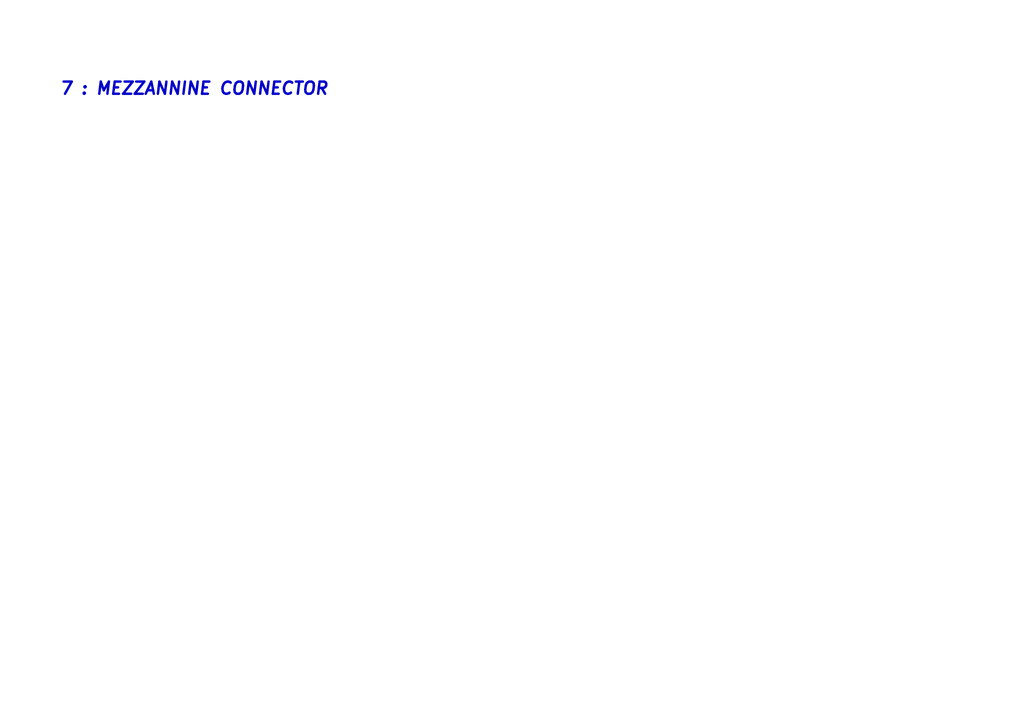
<source format=kicad_sch>
(kicad_sch (version 20211123) (generator eeschema)
  (paper "A3")
  (title_block (title "MIMXRT1064 MCU Module") (date "2023-05-23") (rev "0") (company "Joël Ucedo"))
  (lib_symbols)
  (text "7 : MEZZANNINE CONNECTOR" (at 24.13 39.37 0) (effects (font (size 5 5) bold italic) (justify left bottom)))
)
</source>
